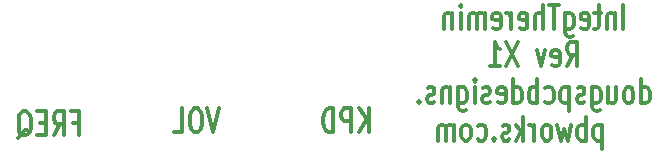
<source format=gbo>
G04 (created by PCBNEW-RS274X (2011-05-25)-stable) date Tue 26 Feb 2013 08:14:21 PM EST*
G01*
G70*
G90*
%MOIN*%
G04 Gerber Fmt 3.4, Leading zero omitted, Abs format*
%FSLAX34Y34*%
G04 APERTURE LIST*
%ADD10C,0.006000*%
%ADD11C,0.012000*%
G04 APERTURE END LIST*
G54D10*
G54D11*
X56457Y-50024D02*
X56457Y-49224D01*
X56114Y-50024D02*
X56371Y-49567D01*
X56114Y-49224D02*
X56457Y-49681D01*
X55857Y-50024D02*
X55857Y-49224D01*
X55629Y-49224D01*
X55571Y-49262D01*
X55543Y-49300D01*
X55514Y-49376D01*
X55514Y-49490D01*
X55543Y-49567D01*
X55571Y-49605D01*
X55629Y-49643D01*
X55857Y-49643D01*
X55257Y-50024D02*
X55257Y-49224D01*
X55114Y-49224D01*
X55029Y-49262D01*
X54971Y-49338D01*
X54943Y-49414D01*
X54914Y-49567D01*
X54914Y-49681D01*
X54943Y-49833D01*
X54971Y-49910D01*
X55029Y-49986D01*
X55114Y-50024D01*
X55257Y-50024D01*
X51457Y-49224D02*
X51257Y-50024D01*
X51057Y-49224D01*
X50743Y-49224D02*
X50629Y-49224D01*
X50571Y-49262D01*
X50514Y-49338D01*
X50486Y-49490D01*
X50486Y-49757D01*
X50514Y-49910D01*
X50571Y-49986D01*
X50629Y-50024D01*
X50743Y-50024D01*
X50800Y-49986D01*
X50857Y-49910D01*
X50886Y-49757D01*
X50886Y-49490D01*
X50857Y-49338D01*
X50800Y-49262D01*
X50743Y-49224D01*
X49942Y-50024D02*
X50228Y-50024D01*
X50228Y-49224D01*
X46600Y-49705D02*
X46800Y-49705D01*
X46800Y-50124D02*
X46800Y-49324D01*
X46514Y-49324D01*
X45943Y-50124D02*
X46143Y-49743D01*
X46286Y-50124D02*
X46286Y-49324D01*
X46058Y-49324D01*
X46000Y-49362D01*
X45972Y-49400D01*
X45943Y-49476D01*
X45943Y-49590D01*
X45972Y-49667D01*
X46000Y-49705D01*
X46058Y-49743D01*
X46286Y-49743D01*
X45686Y-49705D02*
X45486Y-49705D01*
X45400Y-50124D02*
X45686Y-50124D01*
X45686Y-49324D01*
X45400Y-49324D01*
X44743Y-50200D02*
X44800Y-50162D01*
X44857Y-50086D01*
X44943Y-49971D01*
X45000Y-49933D01*
X45057Y-49933D01*
X45029Y-50124D02*
X45086Y-50086D01*
X45143Y-50010D01*
X45172Y-49857D01*
X45172Y-49590D01*
X45143Y-49438D01*
X45086Y-49362D01*
X45029Y-49324D01*
X44915Y-49324D01*
X44857Y-49362D01*
X44800Y-49438D01*
X44772Y-49590D01*
X44772Y-49857D01*
X44800Y-50010D01*
X44857Y-50086D01*
X44915Y-50124D01*
X45029Y-50124D01*
X64935Y-46574D02*
X64935Y-45774D01*
X64649Y-46040D02*
X64649Y-46574D01*
X64649Y-46117D02*
X64621Y-46079D01*
X64563Y-46040D01*
X64478Y-46040D01*
X64421Y-46079D01*
X64392Y-46155D01*
X64392Y-46574D01*
X64192Y-46040D02*
X63963Y-46040D01*
X64106Y-45774D02*
X64106Y-46460D01*
X64078Y-46536D01*
X64020Y-46574D01*
X63963Y-46574D01*
X63535Y-46536D02*
X63592Y-46574D01*
X63706Y-46574D01*
X63763Y-46536D01*
X63792Y-46460D01*
X63792Y-46155D01*
X63763Y-46079D01*
X63706Y-46040D01*
X63592Y-46040D01*
X63535Y-46079D01*
X63506Y-46155D01*
X63506Y-46231D01*
X63792Y-46307D01*
X62992Y-46040D02*
X62992Y-46688D01*
X63021Y-46764D01*
X63049Y-46802D01*
X63106Y-46840D01*
X63192Y-46840D01*
X63249Y-46802D01*
X62992Y-46536D02*
X63049Y-46574D01*
X63163Y-46574D01*
X63221Y-46536D01*
X63249Y-46498D01*
X63278Y-46421D01*
X63278Y-46193D01*
X63249Y-46117D01*
X63221Y-46079D01*
X63163Y-46040D01*
X63049Y-46040D01*
X62992Y-46079D01*
X62792Y-45774D02*
X62449Y-45774D01*
X62620Y-46574D02*
X62620Y-45774D01*
X62249Y-46574D02*
X62249Y-45774D01*
X61992Y-46574D02*
X61992Y-46155D01*
X62021Y-46079D01*
X62078Y-46040D01*
X62163Y-46040D01*
X62221Y-46079D01*
X62249Y-46117D01*
X61478Y-46536D02*
X61535Y-46574D01*
X61649Y-46574D01*
X61706Y-46536D01*
X61735Y-46460D01*
X61735Y-46155D01*
X61706Y-46079D01*
X61649Y-46040D01*
X61535Y-46040D01*
X61478Y-46079D01*
X61449Y-46155D01*
X61449Y-46231D01*
X61735Y-46307D01*
X61192Y-46574D02*
X61192Y-46040D01*
X61192Y-46193D02*
X61164Y-46117D01*
X61135Y-46079D01*
X61078Y-46040D01*
X61021Y-46040D01*
X60593Y-46536D02*
X60650Y-46574D01*
X60764Y-46574D01*
X60821Y-46536D01*
X60850Y-46460D01*
X60850Y-46155D01*
X60821Y-46079D01*
X60764Y-46040D01*
X60650Y-46040D01*
X60593Y-46079D01*
X60564Y-46155D01*
X60564Y-46231D01*
X60850Y-46307D01*
X60307Y-46574D02*
X60307Y-46040D01*
X60307Y-46117D02*
X60279Y-46079D01*
X60221Y-46040D01*
X60136Y-46040D01*
X60079Y-46079D01*
X60050Y-46155D01*
X60050Y-46574D01*
X60050Y-46155D02*
X60021Y-46079D01*
X59964Y-46040D01*
X59879Y-46040D01*
X59821Y-46079D01*
X59793Y-46155D01*
X59793Y-46574D01*
X59507Y-46574D02*
X59507Y-46040D01*
X59507Y-45774D02*
X59536Y-45812D01*
X59507Y-45850D01*
X59479Y-45812D01*
X59507Y-45774D01*
X59507Y-45850D01*
X59221Y-46040D02*
X59221Y-46574D01*
X59221Y-46117D02*
X59193Y-46079D01*
X59135Y-46040D01*
X59050Y-46040D01*
X58993Y-46079D01*
X58964Y-46155D01*
X58964Y-46574D01*
X63049Y-47814D02*
X63249Y-47433D01*
X63392Y-47814D02*
X63392Y-47014D01*
X63164Y-47014D01*
X63106Y-47052D01*
X63078Y-47090D01*
X63049Y-47166D01*
X63049Y-47280D01*
X63078Y-47357D01*
X63106Y-47395D01*
X63164Y-47433D01*
X63392Y-47433D01*
X62564Y-47776D02*
X62621Y-47814D01*
X62735Y-47814D01*
X62792Y-47776D01*
X62821Y-47700D01*
X62821Y-47395D01*
X62792Y-47319D01*
X62735Y-47280D01*
X62621Y-47280D01*
X62564Y-47319D01*
X62535Y-47395D01*
X62535Y-47471D01*
X62821Y-47547D01*
X62335Y-47280D02*
X62192Y-47814D01*
X62050Y-47280D01*
X61421Y-47014D02*
X61021Y-47814D01*
X61021Y-47014D02*
X61421Y-47814D01*
X60479Y-47814D02*
X60822Y-47814D01*
X60650Y-47814D02*
X60650Y-47014D01*
X60707Y-47128D01*
X60765Y-47204D01*
X60822Y-47242D01*
X65522Y-49054D02*
X65522Y-48254D01*
X65522Y-49016D02*
X65579Y-49054D01*
X65693Y-49054D01*
X65751Y-49016D01*
X65779Y-48978D01*
X65808Y-48901D01*
X65808Y-48673D01*
X65779Y-48597D01*
X65751Y-48559D01*
X65693Y-48520D01*
X65579Y-48520D01*
X65522Y-48559D01*
X65150Y-49054D02*
X65208Y-49016D01*
X65236Y-48978D01*
X65265Y-48901D01*
X65265Y-48673D01*
X65236Y-48597D01*
X65208Y-48559D01*
X65150Y-48520D01*
X65065Y-48520D01*
X65008Y-48559D01*
X64979Y-48597D01*
X64950Y-48673D01*
X64950Y-48901D01*
X64979Y-48978D01*
X65008Y-49016D01*
X65065Y-49054D01*
X65150Y-49054D01*
X64436Y-48520D02*
X64436Y-49054D01*
X64693Y-48520D02*
X64693Y-48940D01*
X64665Y-49016D01*
X64607Y-49054D01*
X64522Y-49054D01*
X64465Y-49016D01*
X64436Y-48978D01*
X63893Y-48520D02*
X63893Y-49168D01*
X63922Y-49244D01*
X63950Y-49282D01*
X64007Y-49320D01*
X64093Y-49320D01*
X64150Y-49282D01*
X63893Y-49016D02*
X63950Y-49054D01*
X64064Y-49054D01*
X64122Y-49016D01*
X64150Y-48978D01*
X64179Y-48901D01*
X64179Y-48673D01*
X64150Y-48597D01*
X64122Y-48559D01*
X64064Y-48520D01*
X63950Y-48520D01*
X63893Y-48559D01*
X63636Y-49016D02*
X63579Y-49054D01*
X63464Y-49054D01*
X63407Y-49016D01*
X63379Y-48940D01*
X63379Y-48901D01*
X63407Y-48825D01*
X63464Y-48787D01*
X63550Y-48787D01*
X63607Y-48749D01*
X63636Y-48673D01*
X63636Y-48635D01*
X63607Y-48559D01*
X63550Y-48520D01*
X63464Y-48520D01*
X63407Y-48559D01*
X63121Y-48520D02*
X63121Y-49320D01*
X63121Y-48559D02*
X63064Y-48520D01*
X62950Y-48520D01*
X62893Y-48559D01*
X62864Y-48597D01*
X62835Y-48673D01*
X62835Y-48901D01*
X62864Y-48978D01*
X62893Y-49016D01*
X62950Y-49054D01*
X63064Y-49054D01*
X63121Y-49016D01*
X62321Y-49016D02*
X62378Y-49054D01*
X62492Y-49054D01*
X62550Y-49016D01*
X62578Y-48978D01*
X62607Y-48901D01*
X62607Y-48673D01*
X62578Y-48597D01*
X62550Y-48559D01*
X62492Y-48520D01*
X62378Y-48520D01*
X62321Y-48559D01*
X62064Y-49054D02*
X62064Y-48254D01*
X62064Y-48559D02*
X62007Y-48520D01*
X61893Y-48520D01*
X61836Y-48559D01*
X61807Y-48597D01*
X61778Y-48673D01*
X61778Y-48901D01*
X61807Y-48978D01*
X61836Y-49016D01*
X61893Y-49054D01*
X62007Y-49054D01*
X62064Y-49016D01*
X61264Y-49054D02*
X61264Y-48254D01*
X61264Y-49016D02*
X61321Y-49054D01*
X61435Y-49054D01*
X61493Y-49016D01*
X61521Y-48978D01*
X61550Y-48901D01*
X61550Y-48673D01*
X61521Y-48597D01*
X61493Y-48559D01*
X61435Y-48520D01*
X61321Y-48520D01*
X61264Y-48559D01*
X60750Y-49016D02*
X60807Y-49054D01*
X60921Y-49054D01*
X60978Y-49016D01*
X61007Y-48940D01*
X61007Y-48635D01*
X60978Y-48559D01*
X60921Y-48520D01*
X60807Y-48520D01*
X60750Y-48559D01*
X60721Y-48635D01*
X60721Y-48711D01*
X61007Y-48787D01*
X60493Y-49016D02*
X60436Y-49054D01*
X60321Y-49054D01*
X60264Y-49016D01*
X60236Y-48940D01*
X60236Y-48901D01*
X60264Y-48825D01*
X60321Y-48787D01*
X60407Y-48787D01*
X60464Y-48749D01*
X60493Y-48673D01*
X60493Y-48635D01*
X60464Y-48559D01*
X60407Y-48520D01*
X60321Y-48520D01*
X60264Y-48559D01*
X59978Y-49054D02*
X59978Y-48520D01*
X59978Y-48254D02*
X60007Y-48292D01*
X59978Y-48330D01*
X59950Y-48292D01*
X59978Y-48254D01*
X59978Y-48330D01*
X59435Y-48520D02*
X59435Y-49168D01*
X59464Y-49244D01*
X59492Y-49282D01*
X59549Y-49320D01*
X59635Y-49320D01*
X59692Y-49282D01*
X59435Y-49016D02*
X59492Y-49054D01*
X59606Y-49054D01*
X59664Y-49016D01*
X59692Y-48978D01*
X59721Y-48901D01*
X59721Y-48673D01*
X59692Y-48597D01*
X59664Y-48559D01*
X59606Y-48520D01*
X59492Y-48520D01*
X59435Y-48559D01*
X59149Y-48520D02*
X59149Y-49054D01*
X59149Y-48597D02*
X59121Y-48559D01*
X59063Y-48520D01*
X58978Y-48520D01*
X58921Y-48559D01*
X58892Y-48635D01*
X58892Y-49054D01*
X58635Y-49016D02*
X58578Y-49054D01*
X58463Y-49054D01*
X58406Y-49016D01*
X58378Y-48940D01*
X58378Y-48901D01*
X58406Y-48825D01*
X58463Y-48787D01*
X58549Y-48787D01*
X58606Y-48749D01*
X58635Y-48673D01*
X58635Y-48635D01*
X58606Y-48559D01*
X58549Y-48520D01*
X58463Y-48520D01*
X58406Y-48559D01*
X58120Y-48978D02*
X58092Y-49016D01*
X58120Y-49054D01*
X58149Y-49016D01*
X58120Y-48978D01*
X58120Y-49054D01*
X64222Y-49760D02*
X64222Y-50560D01*
X64222Y-49799D02*
X64165Y-49760D01*
X64051Y-49760D01*
X63994Y-49799D01*
X63965Y-49837D01*
X63936Y-49913D01*
X63936Y-50141D01*
X63965Y-50218D01*
X63994Y-50256D01*
X64051Y-50294D01*
X64165Y-50294D01*
X64222Y-50256D01*
X63679Y-50294D02*
X63679Y-49494D01*
X63679Y-49799D02*
X63622Y-49760D01*
X63508Y-49760D01*
X63451Y-49799D01*
X63422Y-49837D01*
X63393Y-49913D01*
X63393Y-50141D01*
X63422Y-50218D01*
X63451Y-50256D01*
X63508Y-50294D01*
X63622Y-50294D01*
X63679Y-50256D01*
X63193Y-49760D02*
X63079Y-50294D01*
X62965Y-49913D01*
X62850Y-50294D01*
X62736Y-49760D01*
X62421Y-50294D02*
X62479Y-50256D01*
X62507Y-50218D01*
X62536Y-50141D01*
X62536Y-49913D01*
X62507Y-49837D01*
X62479Y-49799D01*
X62421Y-49760D01*
X62336Y-49760D01*
X62279Y-49799D01*
X62250Y-49837D01*
X62221Y-49913D01*
X62221Y-50141D01*
X62250Y-50218D01*
X62279Y-50256D01*
X62336Y-50294D01*
X62421Y-50294D01*
X61964Y-50294D02*
X61964Y-49760D01*
X61964Y-49913D02*
X61936Y-49837D01*
X61907Y-49799D01*
X61850Y-49760D01*
X61793Y-49760D01*
X61593Y-50294D02*
X61593Y-49494D01*
X61536Y-49989D02*
X61365Y-50294D01*
X61365Y-49760D02*
X61593Y-50065D01*
X61136Y-50256D02*
X61079Y-50294D01*
X60964Y-50294D01*
X60907Y-50256D01*
X60879Y-50180D01*
X60879Y-50141D01*
X60907Y-50065D01*
X60964Y-50027D01*
X61050Y-50027D01*
X61107Y-49989D01*
X61136Y-49913D01*
X61136Y-49875D01*
X61107Y-49799D01*
X61050Y-49760D01*
X60964Y-49760D01*
X60907Y-49799D01*
X60621Y-50218D02*
X60593Y-50256D01*
X60621Y-50294D01*
X60650Y-50256D01*
X60621Y-50218D01*
X60621Y-50294D01*
X60078Y-50256D02*
X60135Y-50294D01*
X60249Y-50294D01*
X60307Y-50256D01*
X60335Y-50218D01*
X60364Y-50141D01*
X60364Y-49913D01*
X60335Y-49837D01*
X60307Y-49799D01*
X60249Y-49760D01*
X60135Y-49760D01*
X60078Y-49799D01*
X59735Y-50294D02*
X59793Y-50256D01*
X59821Y-50218D01*
X59850Y-50141D01*
X59850Y-49913D01*
X59821Y-49837D01*
X59793Y-49799D01*
X59735Y-49760D01*
X59650Y-49760D01*
X59593Y-49799D01*
X59564Y-49837D01*
X59535Y-49913D01*
X59535Y-50141D01*
X59564Y-50218D01*
X59593Y-50256D01*
X59650Y-50294D01*
X59735Y-50294D01*
X59278Y-50294D02*
X59278Y-49760D01*
X59278Y-49837D02*
X59250Y-49799D01*
X59192Y-49760D01*
X59107Y-49760D01*
X59050Y-49799D01*
X59021Y-49875D01*
X59021Y-50294D01*
X59021Y-49875D02*
X58992Y-49799D01*
X58935Y-49760D01*
X58850Y-49760D01*
X58792Y-49799D01*
X58764Y-49875D01*
X58764Y-50294D01*
M02*

</source>
